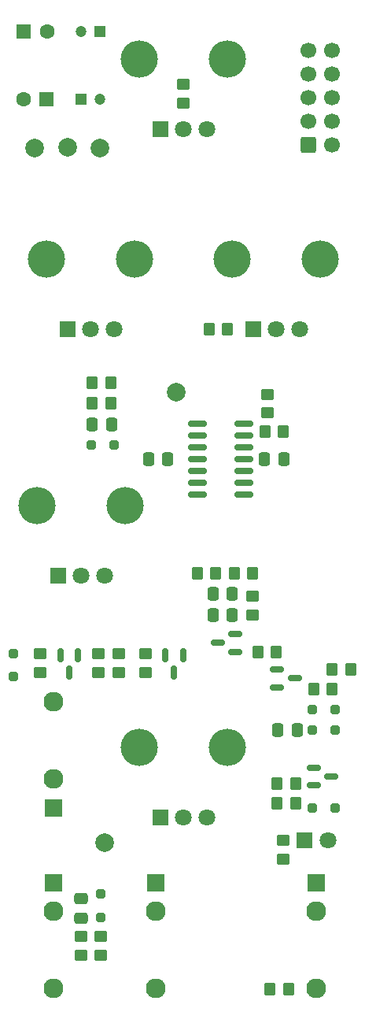
<source format=gbs>
G04 #@! TF.GenerationSoftware,KiCad,Pcbnew,8.0.2-1*
G04 #@! TF.CreationDate,2024-09-23T21:31:36+02:00*
G04 #@! TF.ProjectId,kicks,6b69636b-732e-46b6-9963-61645f706362,rev?*
G04 #@! TF.SameCoordinates,Original*
G04 #@! TF.FileFunction,Soldermask,Bot*
G04 #@! TF.FilePolarity,Negative*
%FSLAX46Y46*%
G04 Gerber Fmt 4.6, Leading zero omitted, Abs format (unit mm)*
G04 Created by KiCad (PCBNEW 8.0.2-1) date 2024-09-23 21:31:36*
%MOMM*%
%LPD*%
G01*
G04 APERTURE LIST*
G04 Aperture macros list*
%AMRoundRect*
0 Rectangle with rounded corners*
0 $1 Rounding radius*
0 $2 $3 $4 $5 $6 $7 $8 $9 X,Y pos of 4 corners*
0 Add a 4 corners polygon primitive as box body*
4,1,4,$2,$3,$4,$5,$6,$7,$8,$9,$2,$3,0*
0 Add four circle primitives for the rounded corners*
1,1,$1+$1,$2,$3*
1,1,$1+$1,$4,$5*
1,1,$1+$1,$6,$7*
1,1,$1+$1,$8,$9*
0 Add four rect primitives between the rounded corners*
20,1,$1+$1,$2,$3,$4,$5,0*
20,1,$1+$1,$4,$5,$6,$7,0*
20,1,$1+$1,$6,$7,$8,$9,0*
20,1,$1+$1,$8,$9,$2,$3,0*%
G04 Aperture macros list end*
%ADD10R,1.930000X1.830000*%
%ADD11C,2.130000*%
%ADD12O,4.000000X4.000000*%
%ADD13R,1.800000X1.800000*%
%ADD14C,1.800000*%
%ADD15C,2.000000*%
%ADD16R,1.200000X1.200000*%
%ADD17C,1.200000*%
%ADD18RoundRect,0.250000X0.350000X0.450000X-0.350000X0.450000X-0.350000X-0.450000X0.350000X-0.450000X0*%
%ADD19RoundRect,0.250000X-0.450000X0.350000X-0.450000X-0.350000X0.450000X-0.350000X0.450000X0.350000X0*%
%ADD20RoundRect,0.250000X-0.350000X-0.450000X0.350000X-0.450000X0.350000X0.450000X-0.350000X0.450000X0*%
%ADD21RoundRect,0.250000X0.250000X-0.250000X0.250000X0.250000X-0.250000X0.250000X-0.250000X-0.250000X0*%
%ADD22RoundRect,0.250000X-0.250000X0.250000X-0.250000X-0.250000X0.250000X-0.250000X0.250000X0.250000X0*%
%ADD23R,1.600000X1.600000*%
%ADD24C,1.600000*%
%ADD25RoundRect,0.250000X-0.337500X-0.475000X0.337500X-0.475000X0.337500X0.475000X-0.337500X0.475000X0*%
%ADD26RoundRect,0.250000X0.337500X0.475000X-0.337500X0.475000X-0.337500X-0.475000X0.337500X-0.475000X0*%
%ADD27RoundRect,0.250000X-0.475000X0.337500X-0.475000X-0.337500X0.475000X-0.337500X0.475000X0.337500X0*%
%ADD28RoundRect,0.150000X-0.150000X0.587500X-0.150000X-0.587500X0.150000X-0.587500X0.150000X0.587500X0*%
%ADD29RoundRect,0.250000X0.250000X0.250000X-0.250000X0.250000X-0.250000X-0.250000X0.250000X-0.250000X0*%
%ADD30RoundRect,0.250000X0.450000X-0.350000X0.450000X0.350000X-0.450000X0.350000X-0.450000X-0.350000X0*%
%ADD31RoundRect,0.150000X-0.587500X-0.150000X0.587500X-0.150000X0.587500X0.150000X-0.587500X0.150000X0*%
%ADD32RoundRect,0.250000X-0.250000X-0.250000X0.250000X-0.250000X0.250000X0.250000X-0.250000X0.250000X0*%
%ADD33RoundRect,0.150000X0.825000X0.150000X-0.825000X0.150000X-0.825000X-0.150000X0.825000X-0.150000X0*%
%ADD34RoundRect,0.250000X-0.600000X-0.600000X0.600000X-0.600000X0.600000X0.600000X-0.600000X0.600000X0*%
%ADD35C,1.700000*%
%ADD36RoundRect,0.150000X0.587500X0.150000X-0.587500X0.150000X-0.587500X-0.150000X0.587500X-0.150000X0*%
G04 APERTURE END LIST*
D10*
X84310000Y-145520000D03*
D11*
X84310000Y-156920000D03*
X84310000Y-148620000D03*
D12*
X65250000Y-57000000D03*
X74750000Y-57000000D03*
D13*
X67500000Y-64500000D03*
D14*
X70000000Y-64500000D03*
X72500000Y-64500000D03*
D15*
X61500000Y-141250000D03*
D12*
X54250000Y-105000000D03*
X63750000Y-105000000D03*
D13*
X56500000Y-112500000D03*
D14*
X59000000Y-112500000D03*
X61500000Y-112500000D03*
D10*
X56000000Y-145520000D03*
D11*
X56000000Y-156920000D03*
X56000000Y-148620000D03*
D10*
X56000000Y-137480000D03*
D11*
X56000000Y-126080000D03*
X56000000Y-134380000D03*
D12*
X65250000Y-131000000D03*
X74750000Y-131000000D03*
D13*
X67500000Y-138500000D03*
D14*
X70000000Y-138500000D03*
X72500000Y-138500000D03*
D12*
X75250000Y-78500000D03*
X84750000Y-78500000D03*
D13*
X77500000Y-86000000D03*
D14*
X80000000Y-86000000D03*
X82500000Y-86000000D03*
D10*
X67000000Y-145520000D03*
D11*
X67000000Y-156920000D03*
X67000000Y-148620000D03*
D13*
X83000000Y-141000000D03*
D14*
X85540000Y-141000000D03*
D12*
X55250000Y-78500000D03*
X64750000Y-78500000D03*
D13*
X57500000Y-86000000D03*
D14*
X60000000Y-86000000D03*
X62500000Y-86000000D03*
D16*
X59000000Y-61250000D03*
D17*
X61000000Y-61250000D03*
D18*
X77462500Y-112250000D03*
X75462500Y-112250000D03*
D15*
X61000000Y-66500000D03*
D16*
X60972600Y-54000000D03*
D17*
X58972600Y-54000000D03*
D19*
X77462500Y-114750000D03*
X77462500Y-116750000D03*
D20*
X79310000Y-157000000D03*
X81310000Y-157000000D03*
D18*
X80000000Y-120750000D03*
X78000000Y-120750000D03*
D19*
X54587500Y-120930000D03*
X54587500Y-122930000D03*
D20*
X86000000Y-122600000D03*
X88000000Y-122600000D03*
D21*
X61100000Y-149250000D03*
X61100000Y-146750000D03*
D18*
X73462500Y-112250000D03*
X71462500Y-112250000D03*
D22*
X51687500Y-120875000D03*
X51687500Y-123375000D03*
D23*
X55250000Y-61250000D03*
D24*
X52750000Y-61250000D03*
D19*
X80750000Y-141000000D03*
X80750000Y-143000000D03*
D25*
X78712500Y-100000000D03*
X80787500Y-100000000D03*
X80162500Y-129085000D03*
X82237500Y-129085000D03*
D26*
X62250000Y-96250000D03*
X60175000Y-96250000D03*
D18*
X74750000Y-86000000D03*
X72750000Y-86000000D03*
D25*
X73175000Y-116750000D03*
X75250000Y-116750000D03*
D27*
X59000000Y-147262500D03*
X59000000Y-149337500D03*
D18*
X82062500Y-137000000D03*
X80062500Y-137000000D03*
D28*
X68050000Y-121062500D03*
X69950000Y-121062500D03*
X69000000Y-122937500D03*
D20*
X78750000Y-97000000D03*
X80750000Y-97000000D03*
D15*
X69250000Y-92750000D03*
D29*
X62565000Y-98500000D03*
X60065000Y-98500000D03*
D19*
X79000000Y-93000000D03*
X79000000Y-95000000D03*
D25*
X66212500Y-100000000D03*
X68287500Y-100000000D03*
D20*
X60182500Y-94000000D03*
X62182500Y-94000000D03*
D15*
X57500000Y-66450000D03*
D18*
X86000000Y-124700000D03*
X84000000Y-124700000D03*
D28*
X56750000Y-121062500D03*
X58650000Y-121062500D03*
X57700000Y-122937500D03*
D30*
X63000000Y-122930000D03*
X63000000Y-120930000D03*
D15*
X54000000Y-66500000D03*
D23*
X52817621Y-54000000D03*
D24*
X55317621Y-54000000D03*
D19*
X61100000Y-151300000D03*
X61100000Y-153300000D03*
D31*
X84062500Y-135050000D03*
X84062500Y-133150000D03*
X85937500Y-134100000D03*
X80087500Y-124500000D03*
X80087500Y-122600000D03*
X81962500Y-123550000D03*
D19*
X70000000Y-59700000D03*
X70000000Y-61700000D03*
D26*
X75250000Y-114500000D03*
X73175000Y-114500000D03*
D18*
X62182500Y-91750000D03*
X60182500Y-91750000D03*
D32*
X83850000Y-137500000D03*
X86350000Y-137500000D03*
X83850000Y-129100000D03*
X86350000Y-129100000D03*
D19*
X59000000Y-151300000D03*
X59000000Y-153300000D03*
D33*
X76475000Y-96190000D03*
X76475000Y-97460000D03*
X76475000Y-98730000D03*
X76475000Y-100000000D03*
X76475000Y-101270000D03*
X76475000Y-102540000D03*
X76475000Y-103810000D03*
X71525000Y-103810000D03*
X71525000Y-102540000D03*
X71525000Y-101270000D03*
X71525000Y-100000000D03*
X71525000Y-98730000D03*
X71525000Y-97460000D03*
X71525000Y-96190000D03*
D19*
X65950000Y-120930000D03*
X65950000Y-122930000D03*
D34*
X83460000Y-66160000D03*
D35*
X86000000Y-66160000D03*
X83460000Y-63620000D03*
X86000000Y-63620000D03*
X83460000Y-61080000D03*
X86000000Y-61080000D03*
X83460000Y-58540000D03*
X86000000Y-58540000D03*
X83460000Y-56000000D03*
X86000000Y-56000000D03*
D19*
X60800000Y-120930000D03*
X60800000Y-122930000D03*
D18*
X82062500Y-134900000D03*
X80062500Y-134900000D03*
D32*
X83850000Y-126900000D03*
X86350000Y-126900000D03*
D36*
X75587500Y-118800000D03*
X75587500Y-120700000D03*
X73712500Y-119750000D03*
M02*

</source>
